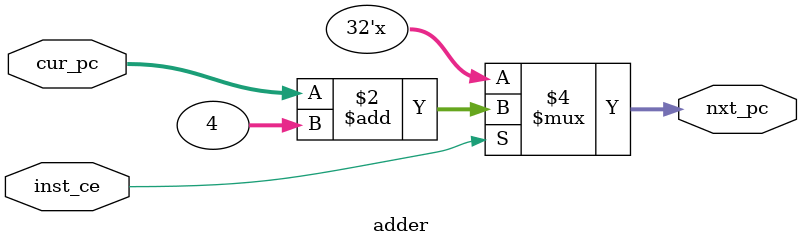
<source format=v>
`timescale 1ns / 1ps


module adder(
input inst_ce,
input[31:0] cur_pc,
output[31:0] nxt_pc
    );
    always@(cur_pc)
    begin
        if(inst_ce)
            nxt_pc=cur_pc+4;
    end
endmodule

</source>
